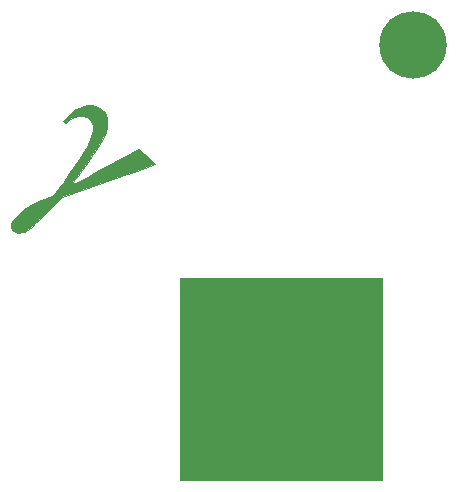
<source format=gts>
G04 #@! TF.GenerationSoftware,KiCad,Pcbnew,(5.1.9)-1*
G04 #@! TF.CreationDate,2021-03-26T23:54:28-07:00*
G04 #@! TF.ProjectId,mole-diamond-keychain-alt_rotated,6d6f6c65-2d64-4696-916d-6f6e642d6b65,A*
G04 #@! TF.SameCoordinates,PX6d9f5PYfff9260b*
G04 #@! TF.FileFunction,Soldermask,Top*
G04 #@! TF.FilePolarity,Negative*
%FSLAX46Y46*%
G04 Gerber Fmt 4.6, Leading zero omitted, Abs format (unit mm)*
G04 Created by KiCad (PCBNEW (5.1.9)-1) date 2021-03-26 23:54:28*
%MOMM*%
%LPD*%
G01*
G04 APERTURE LIST*
%ADD10C,0.010000*%
%ADD11C,5.702000*%
G04 APERTURE END LIST*
D10*
G36*
X11038412Y31648624D02*
G01*
X11117105Y31515357D01*
X11213389Y31361594D01*
X11320827Y31077625D01*
X11364777Y30700245D01*
X11342373Y30294159D01*
X11274197Y29990403D01*
X11133303Y29655457D01*
X10895293Y29208710D01*
X10571542Y28668376D01*
X10173428Y28052669D01*
X9712325Y27379800D01*
X9199611Y26667981D01*
X9194923Y26661624D01*
X8866432Y26214067D01*
X8630766Y25885962D01*
X8478576Y25661734D01*
X8400512Y25525802D01*
X8387224Y25462586D01*
X8429363Y25456510D01*
X8483681Y25476533D01*
X8612260Y25541052D01*
X8870233Y25677615D01*
X9238939Y25876090D01*
X9699714Y26126345D01*
X10233893Y26418248D01*
X10822816Y26741670D01*
X11365106Y27040755D01*
X14006459Y28500386D01*
X15352316Y27154529D01*
X14539046Y26860234D01*
X14272099Y26764591D01*
X13869007Y26621450D01*
X13353482Y26439171D01*
X12749236Y26226113D01*
X12079978Y25990637D01*
X11369422Y25741105D01*
X10641276Y25485875D01*
X10621855Y25479074D01*
X7517933Y24392210D01*
X6166922Y23049144D01*
X5670152Y22559219D01*
X5271153Y22177715D01*
X4950731Y21890611D01*
X4689689Y21683884D01*
X4468832Y21543512D01*
X4268962Y21455474D01*
X4070887Y21405748D01*
X3885680Y21382792D01*
X3553355Y21420742D01*
X3321342Y21589221D01*
X3206738Y21872844D01*
X3197515Y22001927D01*
X3270018Y22321931D01*
X3419423Y22528375D01*
X3940096Y23030212D01*
X4472365Y23444450D01*
X5062185Y23801030D01*
X5755516Y24129894D01*
X6087188Y24266377D01*
X6858418Y24572778D01*
X7260435Y25128654D01*
X7650905Y25677307D01*
X8058174Y26265007D01*
X8461937Y26861170D01*
X8841888Y27435208D01*
X9177719Y27956534D01*
X9449126Y28394562D01*
X9597671Y28649098D01*
X9897573Y29225029D01*
X10089058Y29695985D01*
X10175514Y30084169D01*
X10160329Y30411781D01*
X10046893Y30701023D01*
X9935466Y30862400D01*
X9616884Y31147629D01*
X9247370Y31273482D01*
X8833343Y31239907D01*
X8381225Y31046852D01*
X8124631Y30877104D01*
X7908300Y30735799D01*
X7771019Y30702308D01*
X7686288Y30749508D01*
X7635014Y30842622D01*
X7684417Y30958579D01*
X7831761Y31120859D01*
X8265611Y31496226D01*
X8739688Y31807340D01*
X9218354Y32037293D01*
X9665974Y32169175D01*
X10046909Y32186081D01*
X10069608Y32182614D01*
X10313896Y32109003D01*
X10592008Y31979747D01*
X10844828Y31827428D01*
X11013242Y31684630D01*
X11038412Y31648624D01*
G37*
X11038412Y31648624D02*
X11117105Y31515357D01*
X11213389Y31361594D01*
X11320827Y31077625D01*
X11364777Y30700245D01*
X11342373Y30294159D01*
X11274197Y29990403D01*
X11133303Y29655457D01*
X10895293Y29208710D01*
X10571542Y28668376D01*
X10173428Y28052669D01*
X9712325Y27379800D01*
X9199611Y26667981D01*
X9194923Y26661624D01*
X8866432Y26214067D01*
X8630766Y25885962D01*
X8478576Y25661734D01*
X8400512Y25525802D01*
X8387224Y25462586D01*
X8429363Y25456510D01*
X8483681Y25476533D01*
X8612260Y25541052D01*
X8870233Y25677615D01*
X9238939Y25876090D01*
X9699714Y26126345D01*
X10233893Y26418248D01*
X10822816Y26741670D01*
X11365106Y27040755D01*
X14006459Y28500386D01*
X15352316Y27154529D01*
X14539046Y26860234D01*
X14272099Y26764591D01*
X13869007Y26621450D01*
X13353482Y26439171D01*
X12749236Y26226113D01*
X12079978Y25990637D01*
X11369422Y25741105D01*
X10641276Y25485875D01*
X10621855Y25479074D01*
X7517933Y24392210D01*
X6166922Y23049144D01*
X5670152Y22559219D01*
X5271153Y22177715D01*
X4950731Y21890611D01*
X4689689Y21683884D01*
X4468832Y21543512D01*
X4268962Y21455474D01*
X4070887Y21405748D01*
X3885680Y21382792D01*
X3553355Y21420742D01*
X3321342Y21589221D01*
X3206738Y21872844D01*
X3197515Y22001927D01*
X3270018Y22321931D01*
X3419423Y22528375D01*
X3940096Y23030212D01*
X4472365Y23444450D01*
X5062185Y23801030D01*
X5755516Y24129894D01*
X6087188Y24266377D01*
X6858418Y24572778D01*
X7260435Y25128654D01*
X7650905Y25677307D01*
X8058174Y26265007D01*
X8461937Y26861170D01*
X8841888Y27435208D01*
X9177719Y27956534D01*
X9449126Y28394562D01*
X9597671Y28649098D01*
X9897573Y29225029D01*
X10089058Y29695985D01*
X10175514Y30084169D01*
X10160329Y30411781D01*
X10046893Y30701023D01*
X9935466Y30862400D01*
X9616884Y31147629D01*
X9247370Y31273482D01*
X8833343Y31239907D01*
X8381225Y31046852D01*
X8124631Y30877104D01*
X7908300Y30735799D01*
X7771019Y30702308D01*
X7686288Y30749508D01*
X7635014Y30842622D01*
X7684417Y30958579D01*
X7831761Y31120859D01*
X8265611Y31496226D01*
X8739688Y31807340D01*
X9218354Y32037293D01*
X9665974Y32169175D01*
X10046909Y32186081D01*
X10069608Y32182614D01*
X10313896Y32109003D01*
X10592008Y31979747D01*
X10844828Y31827428D01*
X11013242Y31684630D01*
X11038412Y31648624D01*
G36*
X34603816Y8980346D02*
G01*
X34603815Y419065D01*
X26072468Y419378D01*
X17541120Y419690D01*
X17541433Y8980660D01*
X17541747Y17541628D01*
X34603815Y17541628D01*
X34603816Y8980346D01*
G37*
X34603816Y8980346D02*
X34603815Y419065D01*
X26072468Y419378D01*
X17541120Y419690D01*
X17541433Y8980660D01*
X17541747Y17541628D01*
X34603815Y17541628D01*
X34603816Y8980346D01*
G36*
X11038412Y31648624D02*
G01*
X11117105Y31515357D01*
X11213389Y31361594D01*
X11320827Y31077625D01*
X11364777Y30700245D01*
X11342373Y30294159D01*
X11274197Y29990403D01*
X11133303Y29655457D01*
X10895293Y29208710D01*
X10571542Y28668376D01*
X10173428Y28052669D01*
X9712325Y27379800D01*
X9199611Y26667981D01*
X9194923Y26661624D01*
X8866432Y26214067D01*
X8630766Y25885962D01*
X8478576Y25661734D01*
X8400512Y25525802D01*
X8387224Y25462586D01*
X8429363Y25456510D01*
X8483681Y25476533D01*
X8612260Y25541052D01*
X8870233Y25677615D01*
X9238939Y25876090D01*
X9699714Y26126345D01*
X10233893Y26418248D01*
X10822816Y26741670D01*
X11365106Y27040755D01*
X14006459Y28500386D01*
X15352316Y27154529D01*
X14539046Y26860234D01*
X14272099Y26764591D01*
X13869007Y26621450D01*
X13353482Y26439171D01*
X12749236Y26226113D01*
X12079978Y25990637D01*
X11369422Y25741105D01*
X10641276Y25485875D01*
X10621855Y25479074D01*
X7517933Y24392210D01*
X6166922Y23049144D01*
X5670152Y22559219D01*
X5271153Y22177715D01*
X4950731Y21890611D01*
X4689689Y21683884D01*
X4468832Y21543512D01*
X4268962Y21455474D01*
X4070887Y21405748D01*
X3885680Y21382792D01*
X3553355Y21420742D01*
X3321342Y21589221D01*
X3206738Y21872844D01*
X3197515Y22001927D01*
X3270018Y22321931D01*
X3419423Y22528375D01*
X3940096Y23030212D01*
X4472365Y23444450D01*
X5062185Y23801030D01*
X5755516Y24129894D01*
X6087188Y24266377D01*
X6858418Y24572778D01*
X7260435Y25128654D01*
X7650905Y25677307D01*
X8058174Y26265007D01*
X8461937Y26861170D01*
X8841888Y27435208D01*
X9177719Y27956534D01*
X9449126Y28394562D01*
X9597671Y28649098D01*
X9897573Y29225029D01*
X10089058Y29695985D01*
X10175514Y30084169D01*
X10160329Y30411781D01*
X10046893Y30701023D01*
X9935466Y30862400D01*
X9616884Y31147629D01*
X9247370Y31273482D01*
X8833343Y31239907D01*
X8381225Y31046852D01*
X8124631Y30877104D01*
X7908300Y30735799D01*
X7771019Y30702308D01*
X7686288Y30749508D01*
X7635014Y30842622D01*
X7684417Y30958579D01*
X7831761Y31120859D01*
X8265611Y31496226D01*
X8739688Y31807340D01*
X9218354Y32037293D01*
X9665974Y32169175D01*
X10046909Y32186081D01*
X10069608Y32182614D01*
X10313896Y32109003D01*
X10592008Y31979747D01*
X10844828Y31827428D01*
X11013242Y31684630D01*
X11038412Y31648624D01*
G37*
X11038412Y31648624D02*
X11117105Y31515357D01*
X11213389Y31361594D01*
X11320827Y31077625D01*
X11364777Y30700245D01*
X11342373Y30294159D01*
X11274197Y29990403D01*
X11133303Y29655457D01*
X10895293Y29208710D01*
X10571542Y28668376D01*
X10173428Y28052669D01*
X9712325Y27379800D01*
X9199611Y26667981D01*
X9194923Y26661624D01*
X8866432Y26214067D01*
X8630766Y25885962D01*
X8478576Y25661734D01*
X8400512Y25525802D01*
X8387224Y25462586D01*
X8429363Y25456510D01*
X8483681Y25476533D01*
X8612260Y25541052D01*
X8870233Y25677615D01*
X9238939Y25876090D01*
X9699714Y26126345D01*
X10233893Y26418248D01*
X10822816Y26741670D01*
X11365106Y27040755D01*
X14006459Y28500386D01*
X15352316Y27154529D01*
X14539046Y26860234D01*
X14272099Y26764591D01*
X13869007Y26621450D01*
X13353482Y26439171D01*
X12749236Y26226113D01*
X12079978Y25990637D01*
X11369422Y25741105D01*
X10641276Y25485875D01*
X10621855Y25479074D01*
X7517933Y24392210D01*
X6166922Y23049144D01*
X5670152Y22559219D01*
X5271153Y22177715D01*
X4950731Y21890611D01*
X4689689Y21683884D01*
X4468832Y21543512D01*
X4268962Y21455474D01*
X4070887Y21405748D01*
X3885680Y21382792D01*
X3553355Y21420742D01*
X3321342Y21589221D01*
X3206738Y21872844D01*
X3197515Y22001927D01*
X3270018Y22321931D01*
X3419423Y22528375D01*
X3940096Y23030212D01*
X4472365Y23444450D01*
X5062185Y23801030D01*
X5755516Y24129894D01*
X6087188Y24266377D01*
X6858418Y24572778D01*
X7260435Y25128654D01*
X7650905Y25677307D01*
X8058174Y26265007D01*
X8461937Y26861170D01*
X8841888Y27435208D01*
X9177719Y27956534D01*
X9449126Y28394562D01*
X9597671Y28649098D01*
X9897573Y29225029D01*
X10089058Y29695985D01*
X10175514Y30084169D01*
X10160329Y30411781D01*
X10046893Y30701023D01*
X9935466Y30862400D01*
X9616884Y31147629D01*
X9247370Y31273482D01*
X8833343Y31239907D01*
X8381225Y31046852D01*
X8124631Y30877104D01*
X7908300Y30735799D01*
X7771019Y30702308D01*
X7686288Y30749508D01*
X7635014Y30842622D01*
X7684417Y30958579D01*
X7831761Y31120859D01*
X8265611Y31496226D01*
X8739688Y31807340D01*
X9218354Y32037293D01*
X9665974Y32169175D01*
X10046909Y32186081D01*
X10069608Y32182614D01*
X10313896Y32109003D01*
X10592008Y31979747D01*
X10844828Y31827428D01*
X11013242Y31684630D01*
X11038412Y31648624D01*
G36*
X34603816Y8980346D02*
G01*
X34603815Y419065D01*
X26072468Y419378D01*
X17541120Y419690D01*
X17541433Y8980660D01*
X17541747Y17541628D01*
X34603815Y17541628D01*
X34603816Y8980346D01*
G37*
X34603816Y8980346D02*
X34603815Y419065D01*
X26072468Y419378D01*
X17541120Y419690D01*
X17541433Y8980660D01*
X17541747Y17541628D01*
X34603815Y17541628D01*
X34603816Y8980346D01*
D11*
X37268063Y37268070D03*
M02*

</source>
